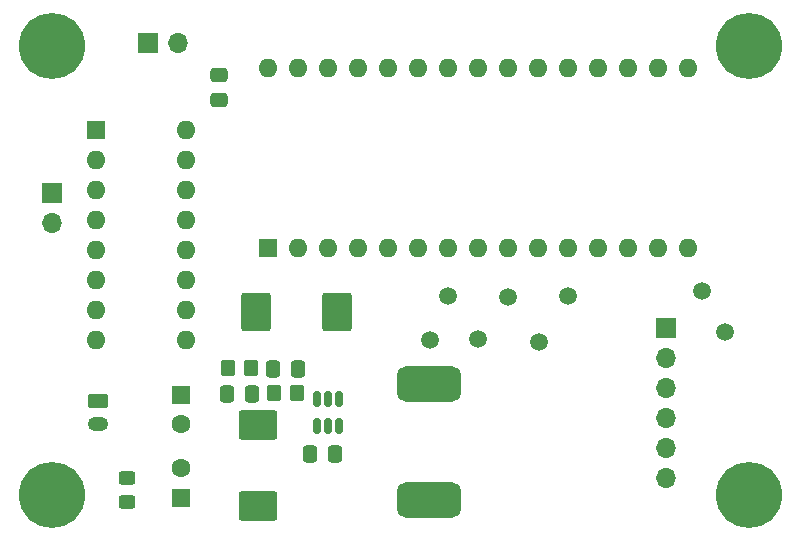
<source format=gts>
G04 #@! TF.GenerationSoftware,KiCad,Pcbnew,(7.0.0)*
G04 #@! TF.CreationDate,2023-02-16T13:39:53+01:00*
G04 #@! TF.ProjectId,Sumo,53756d6f-2e6b-4696-9361-645f70636258,rev?*
G04 #@! TF.SameCoordinates,Original*
G04 #@! TF.FileFunction,Soldermask,Top*
G04 #@! TF.FilePolarity,Negative*
%FSLAX46Y46*%
G04 Gerber Fmt 4.6, Leading zero omitted, Abs format (unit mm)*
G04 Created by KiCad (PCBNEW (7.0.0)) date 2023-02-16 13:39:53*
%MOMM*%
%LPD*%
G01*
G04 APERTURE LIST*
G04 Aperture macros list*
%AMRoundRect*
0 Rectangle with rounded corners*
0 $1 Rounding radius*
0 $2 $3 $4 $5 $6 $7 $8 $9 X,Y pos of 4 corners*
0 Add a 4 corners polygon primitive as box body*
4,1,4,$2,$3,$4,$5,$6,$7,$8,$9,$2,$3,0*
0 Add four circle primitives for the rounded corners*
1,1,$1+$1,$2,$3*
1,1,$1+$1,$4,$5*
1,1,$1+$1,$6,$7*
1,1,$1+$1,$8,$9*
0 Add four rect primitives between the rounded corners*
20,1,$1+$1,$2,$3,$4,$5,0*
20,1,$1+$1,$4,$5,$6,$7,0*
20,1,$1+$1,$6,$7,$8,$9,0*
20,1,$1+$1,$8,$9,$2,$3,0*%
G04 Aperture macros list end*
%ADD10C,1.500000*%
%ADD11RoundRect,0.750000X1.950000X0.750000X-1.950000X0.750000X-1.950000X-0.750000X1.950000X-0.750000X0*%
%ADD12R,1.600000X1.600000*%
%ADD13O,1.600000X1.600000*%
%ADD14R,1.700000X1.700000*%
%ADD15O,1.700000X1.700000*%
%ADD16RoundRect,0.250000X-0.450000X0.325000X-0.450000X-0.325000X0.450000X-0.325000X0.450000X0.325000X0*%
%ADD17RoundRect,0.250000X-0.475000X0.337500X-0.475000X-0.337500X0.475000X-0.337500X0.475000X0.337500X0*%
%ADD18C,1.600000*%
%ADD19RoundRect,0.250000X1.000000X-1.400000X1.000000X1.400000X-1.000000X1.400000X-1.000000X-1.400000X0*%
%ADD20RoundRect,0.150000X-0.150000X0.512500X-0.150000X-0.512500X0.150000X-0.512500X0.150000X0.512500X0*%
%ADD21RoundRect,0.250000X0.337500X0.475000X-0.337500X0.475000X-0.337500X-0.475000X0.337500X-0.475000X0*%
%ADD22C,5.600000*%
%ADD23RoundRect,0.250000X0.350000X0.450000X-0.350000X0.450000X-0.350000X-0.450000X0.350000X-0.450000X0*%
%ADD24RoundRect,0.250000X-0.350000X-0.450000X0.350000X-0.450000X0.350000X0.450000X-0.350000X0.450000X0*%
%ADD25RoundRect,0.250000X-0.625000X0.350000X-0.625000X-0.350000X0.625000X-0.350000X0.625000X0.350000X0*%
%ADD26O,1.750000X1.200000*%
%ADD27RoundRect,0.250000X-0.337500X-0.475000X0.337500X-0.475000X0.337500X0.475000X-0.337500X0.475000X0*%
%ADD28RoundRect,0.250000X1.400000X1.000000X-1.400000X1.000000X-1.400000X-1.000000X1.400000X-1.000000X0*%
G04 APERTURE END LIST*
D10*
X136500000Y-74168000D03*
D11*
X134874000Y-91440000D03*
X134874000Y-81640000D03*
D10*
X146710400Y-74142600D03*
D12*
X106679999Y-60070999D03*
D13*
X106679999Y-62610999D03*
X106679999Y-65150999D03*
X106679999Y-67690999D03*
X106679999Y-70230999D03*
X106679999Y-72770999D03*
X106679999Y-75310999D03*
X106679999Y-77850999D03*
X114299999Y-77850999D03*
X114299999Y-75310999D03*
X114299999Y-72770999D03*
X114299999Y-70230999D03*
X114299999Y-67690999D03*
X114299999Y-65150999D03*
X114299999Y-62610999D03*
X114299999Y-60070999D03*
D10*
X144200000Y-78000000D03*
D14*
X111119999Y-52704999D03*
D15*
X113659999Y-52704999D03*
D16*
X109374000Y-89515000D03*
X109374000Y-91565000D03*
D14*
X102999999Y-65459999D03*
D15*
X102999999Y-67999999D03*
D17*
X117100000Y-55462500D03*
X117100000Y-57537500D03*
D12*
X113899999Y-82494887D03*
D18*
X113900000Y-84994888D03*
D19*
X120298000Y-75500000D03*
X127098000Y-75500000D03*
D20*
X127315000Y-82902500D03*
X126365000Y-82902500D03*
X125415000Y-82902500D03*
X125415000Y-85177500D03*
X126365000Y-85177500D03*
X127315000Y-85177500D03*
D21*
X126911500Y-87540000D03*
X124836500Y-87540000D03*
D22*
X103000000Y-91000000D03*
D23*
X123750000Y-82400000D03*
X121750000Y-82400000D03*
D10*
X139065000Y-77800000D03*
D22*
X162000000Y-91000000D03*
D12*
X121284999Y-70093999D03*
D13*
X123824999Y-70093999D03*
X126364999Y-70093999D03*
X128904999Y-70093999D03*
X131444999Y-70093999D03*
X133984999Y-70093999D03*
X136524999Y-70093999D03*
X139064999Y-70093999D03*
X141604999Y-70093999D03*
X144144999Y-70093999D03*
X146684999Y-70093999D03*
X149224999Y-70093999D03*
X151764999Y-70093999D03*
X154304999Y-70093999D03*
X156844999Y-70093999D03*
X156844999Y-54853999D03*
X154304999Y-54853999D03*
X151764999Y-54853999D03*
X149224999Y-54853999D03*
X146684999Y-54853999D03*
X144144999Y-54853999D03*
X141604999Y-54853999D03*
X139064999Y-54853999D03*
X136524999Y-54853999D03*
X133984999Y-54853999D03*
X131444999Y-54853999D03*
X128904999Y-54853999D03*
X126364999Y-54853999D03*
X123824999Y-54853999D03*
X121284999Y-54853999D03*
D24*
X117872000Y-80264000D03*
X119872000Y-80264000D03*
D10*
X160000000Y-77230000D03*
D21*
X123800000Y-80300000D03*
X121725000Y-80300000D03*
D22*
X103000000Y-53000000D03*
X162000000Y-53000000D03*
D12*
X113873999Y-91245112D03*
D18*
X113874000Y-88745113D03*
D14*
X154999999Y-76879999D03*
D15*
X154999999Y-79419999D03*
X154999999Y-81959999D03*
X154999999Y-84499999D03*
X154999999Y-87039999D03*
X154999999Y-89579999D03*
D25*
X106844000Y-83000000D03*
D26*
X106843999Y-84999999D03*
D27*
X117834500Y-82423000D03*
X119909500Y-82423000D03*
D10*
X158000000Y-73730000D03*
X141630400Y-74193400D03*
D28*
X120400000Y-91900000D03*
X120400000Y-85100000D03*
D10*
X135000000Y-77900000D03*
M02*

</source>
